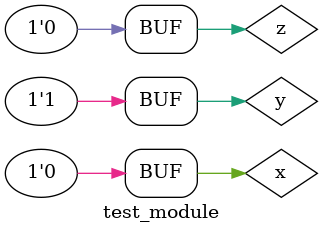
<source format=v>
module SoP (output sa, sb, sc, sd, se,
input x, y, z);
// mintermos
assign sa = ~x & (~y + z);
assign sb = (~x | ~y) & ~z;
assign sc = ~(~x & y) & ~z;
assign sd = ~(x & y) & z;
assign se = (x | ~y) & (~y | ~z);
endmodule // SoP

// ---------------------
// -- test_module
// ---------------------
module test_module;
reg x, y, z;
wire sa, sb, sc, sd, se;
// instancias
SoP SOP1 (sa, sb, sc, sd, se, x, y, z);
// valores iniciais
initial begin: start
x=1'bx; 
y=1'bx; 
z=1'bx;// indefinidos
end
// parte principal
initial begin: main
// identificacao
$display("Gustavo Martins Lopes da Costa - 690773");
$display("Guia 04 Questao 01");

// monitoramento
$display("Questao A");
$display(" ~x & (~y + z) = sa ");
$monitor("%2b %2b %2b igual a  %2b", x, y, z,sa);



// sinalizacao
#1 x=0; y=0; z=0;       
#1 x=0; y=0; z=1; 
#1 x=0; y=1; z=1;
#1 x=1; y=1; z=1;   
#1 x=1; y=1; z=0;
#1 x=1; y=0; z=0;
#1 x=0; y=1; z=0;
#1 x=0; y=1; z=0;

$display("\nQuestao b");
$display(" (~x | ~y) & ~z = sb ");
$monitor("%2b %2b %2b igual a  %2b", x, y, z,sb);
#1 x=0; y=0; z=0;       
#1 x=0; y=0; z=1; 
#1 x=0; y=1; z=1;
#1 x=1; y=1; z=1;   
#1 x=1; y=1; z=0;
#1 x=1; y=0; z=0;
#1 x=0; y=1; z=0;
#1 x=0; y=1; z=0;

$display("\nQuestao c");
$display(" ~(~x & y) & ~z = sc ");
$monitor("%2b %2b %2b igual a  %2b", x, y, z,sc);
#1 x=0; y=0; z=0;       
#1 x=0; y=0; z=1; 
#1 x=0; y=1; z=1;
#1 x=1; y=1; z=1;   
#1 x=1; y=1; z=0;
#1 x=1; y=0; z=0;
#1 x=0; y=1; z=0;
#1 x=0; y=1; z=0;

$display("Questao d");
$display("~(x & y) & z= sd ");
$monitor("%2b %2b %2b igual a  %2b", x, y, z,sd);
#1 x=0; y=0; z=0;       
#1 x=0; y=0; z=1; 
#1 x=0; y=1; z=1;
#1 x=1; y=1; z=1;   
#1 x=1; y=1; z=0;
#1 x=1; y=0; z=0;
#1 x=0; y=1; z=0;
#1 x=0; y=1; z=0;

$display("Questao e");
$display("(x | ~y) & (~y | ~z) = se ");
$monitor("%2b %2b %2b igual a  %2b", x, y, z,se);
#1 x=0; y=0; z=0;       
#1 x=0; y=0; z=1; 
#1 x=0; y=1; z=1;
#1 x=1; y=1; z=1;   
#1 x=1; y=1; z=0;
#1 x=1; y=0; z=0;
#1 x=0; y=1; z=0;
#1 x=0; y=1; z=0;
end
endmodule // test_module
</source>
